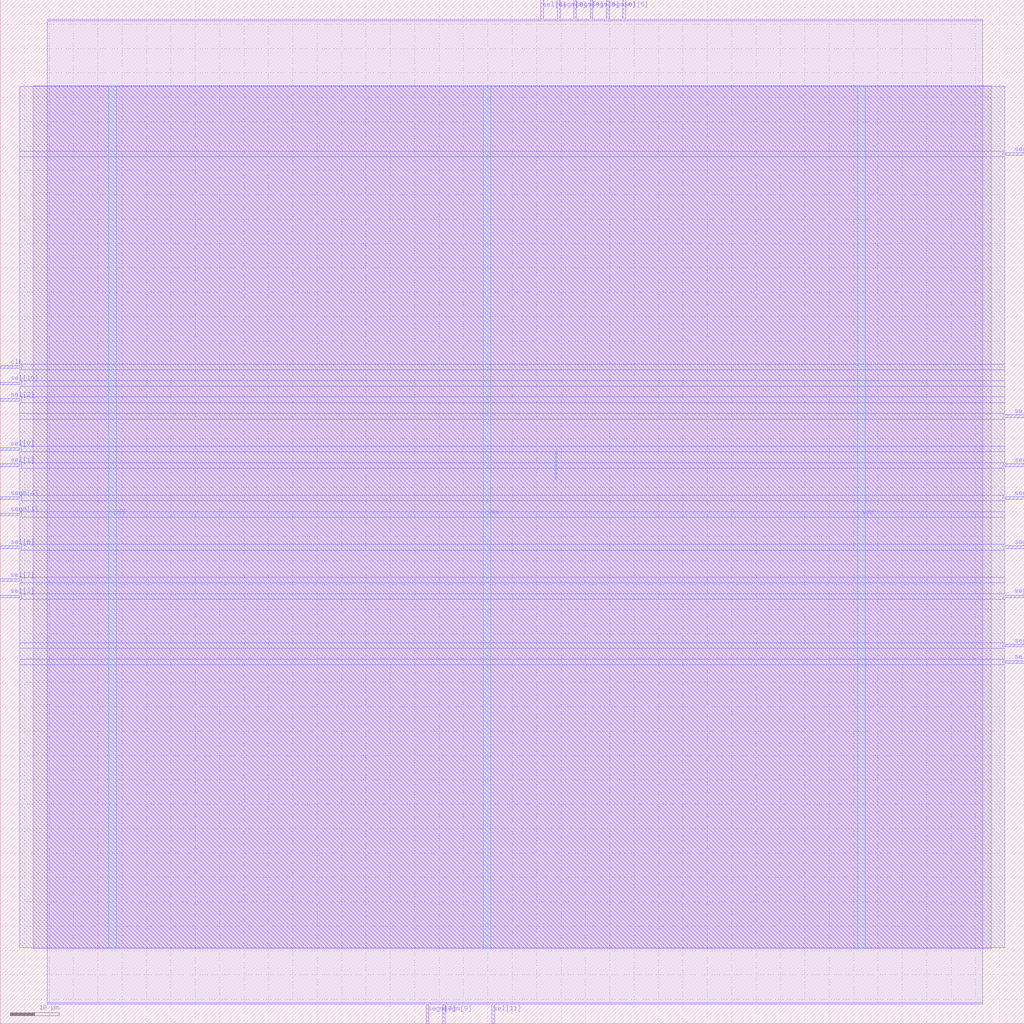
<source format=lef>
VERSION 5.7 ;
  NOWIREEXTENSIONATPIN ON ;
  DIVIDERCHAR "/" ;
  BUSBITCHARS "[]" ;
MACRO ita31
  CLASS BLOCK ;
  FOREIGN ita31 ;
  ORIGIN 0.000 0.000 ;
  SIZE 210.000 BY 210.000 ;
  PIN clk
    DIRECTION INPUT ;
    USE SIGNAL ;
    ANTENNAGATEAREA 4.738000 ;
    ANTENNADIFFAREA 0.410400 ;
    PORT
      LAYER Metal3 ;
        RECT 0.000 134.400 4.000 134.960 ;
    END
  END clk
  PIN segm[0]
    DIRECTION OUTPUT TRISTATE ;
    USE SIGNAL ;
    ANTENNADIFFAREA 4.731200 ;
    PORT
      LAYER Metal2 ;
        RECT 124.320 206.000 124.880 210.000 ;
    END
  END segm[0]
  PIN segm[10]
    DIRECTION OUTPUT TRISTATE ;
    USE SIGNAL ;
    ANTENNADIFFAREA 4.731200 ;
    PORT
      LAYER Metal3 ;
        RECT 206.000 87.360 210.000 87.920 ;
    END
  END segm[10]
  PIN segm[11]
    DIRECTION OUTPUT TRISTATE ;
    USE SIGNAL ;
    ANTENNADIFFAREA 4.731200 ;
    PORT
      LAYER Metal3 ;
        RECT 206.000 114.240 210.000 114.800 ;
    END
  END segm[11]
  PIN segm[12]
    DIRECTION OUTPUT TRISTATE ;
    USE SIGNAL ;
    ANTENNADIFFAREA 4.731200 ;
    PORT
      LAYER Metal3 ;
        RECT 206.000 97.440 210.000 98.000 ;
    END
  END segm[12]
  PIN segm[13]
    DIRECTION OUTPUT TRISTATE ;
    USE SIGNAL ;
    ANTENNADIFFAREA 4.731200 ;
    PORT
      LAYER Metal3 ;
        RECT 206.000 77.280 210.000 77.840 ;
    END
  END segm[13]
  PIN segm[1]
    DIRECTION OUTPUT TRISTATE ;
    USE SIGNAL ;
    ANTENNADIFFAREA 4.731200 ;
    PORT
      LAYER Metal3 ;
        RECT 0.000 104.160 4.000 104.720 ;
    END
  END segm[1]
  PIN segm[2]
    DIRECTION OUTPUT TRISTATE ;
    USE SIGNAL ;
    ANTENNADIFFAREA 0.360800 ;
    PORT
      LAYER Metal3 ;
        RECT 206.000 178.080 210.000 178.640 ;
    END
  END segm[2]
  PIN segm[3]
    DIRECTION OUTPUT TRISTATE ;
    USE SIGNAL ;
    ANTENNADIFFAREA 4.731200 ;
    PORT
      LAYER Metal2 ;
        RECT 117.600 206.000 118.160 210.000 ;
    END
  END segm[3]
  PIN segm[4]
    DIRECTION OUTPUT TRISTATE ;
    USE SIGNAL ;
    ANTENNADIFFAREA 4.731200 ;
    PORT
      LAYER Metal3 ;
        RECT 0.000 107.520 4.000 108.080 ;
    END
  END segm[4]
  PIN segm[5]
    DIRECTION OUTPUT TRISTATE ;
    USE SIGNAL ;
    ANTENNADIFFAREA 0.360800 ;
    PORT
      LAYER Metal2 ;
        RECT 120.960 206.000 121.520 210.000 ;
    END
  END segm[5]
  PIN segm[6]
    DIRECTION OUTPUT TRISTATE ;
    USE SIGNAL ;
    ANTENNADIFFAREA 4.731200 ;
    PORT
      LAYER Metal3 ;
        RECT 206.000 107.520 210.000 108.080 ;
    END
  END segm[6]
  PIN segm[7]
    DIRECTION OUTPUT TRISTATE ;
    USE SIGNAL ;
    ANTENNADIFFAREA 4.731200 ;
    PORT
      LAYER Metal2 ;
        RECT 87.360 0.000 87.920 4.000 ;
    END
  END segm[7]
  PIN segm[8]
    DIRECTION OUTPUT TRISTATE ;
    USE SIGNAL ;
    ANTENNADIFFAREA 4.731200 ;
    PORT
      LAYER Metal2 ;
        RECT 114.240 206.000 114.800 210.000 ;
    END
  END segm[8]
  PIN segm[9]
    DIRECTION OUTPUT TRISTATE ;
    USE SIGNAL ;
    ANTENNADIFFAREA 4.731200 ;
    PORT
      LAYER Metal2 ;
        RECT 90.720 0.000 91.280 4.000 ;
    END
  END segm[9]
  PIN sel[0]
    DIRECTION OUTPUT TRISTATE ;
    USE SIGNAL ;
    ANTENNADIFFAREA 4.731200 ;
    PORT
      LAYER Metal3 ;
        RECT 0.000 117.600 4.000 118.160 ;
    END
  END sel[0]
  PIN sel[10]
    DIRECTION OUTPUT TRISTATE ;
    USE SIGNAL ;
    ANTENNADIFFAREA 4.731200 ;
    PORT
      LAYER Metal3 ;
        RECT 0.000 131.040 4.000 131.600 ;
    END
  END sel[10]
  PIN sel[11]
    DIRECTION OUTPUT TRISTATE ;
    USE SIGNAL ;
    ANTENNADIFFAREA 4.731200 ;
    PORT
      LAYER Metal2 ;
        RECT 100.800 0.000 101.360 4.000 ;
    END
  END sel[11]
  PIN sel[1]
    DIRECTION OUTPUT TRISTATE ;
    USE SIGNAL ;
    ANTENNADIFFAREA 4.731200 ;
    PORT
      LAYER Metal3 ;
        RECT 0.000 114.240 4.000 114.800 ;
    END
  END sel[1]
  PIN sel[2]
    DIRECTION OUTPUT TRISTATE ;
    USE SIGNAL ;
    ANTENNADIFFAREA 4.731200 ;
    PORT
      LAYER Metal3 ;
        RECT 0.000 127.680 4.000 128.240 ;
    END
  END sel[2]
  PIN sel[3]
    DIRECTION OUTPUT TRISTATE ;
    USE SIGNAL ;
    ANTENNADIFFAREA 4.731200 ;
    PORT
      LAYER Metal3 ;
        RECT 0.000 87.360 4.000 87.920 ;
    END
  END sel[3]
  PIN sel[4]
    DIRECTION OUTPUT TRISTATE ;
    USE SIGNAL ;
    ANTENNADIFFAREA 4.731200 ;
    PORT
      LAYER Metal3 ;
        RECT 206.000 124.320 210.000 124.880 ;
    END
  END sel[4]
  PIN sel[5]
    DIRECTION OUTPUT TRISTATE ;
    USE SIGNAL ;
    ANTENNADIFFAREA 4.731200 ;
    PORT
      LAYER Metal2 ;
        RECT 127.680 206.000 128.240 210.000 ;
    END
  END sel[5]
  PIN sel[6]
    DIRECTION OUTPUT TRISTATE ;
    USE SIGNAL ;
    ANTENNADIFFAREA 4.731200 ;
    PORT
      LAYER Metal3 ;
        RECT 0.000 97.440 4.000 98.000 ;
    END
  END sel[6]
  PIN sel[7]
    DIRECTION OUTPUT TRISTATE ;
    USE SIGNAL ;
    ANTENNADIFFAREA 4.731200 ;
    PORT
      LAYER Metal3 ;
        RECT 0.000 90.720 4.000 91.280 ;
    END
  END sel[7]
  PIN sel[8]
    DIRECTION OUTPUT TRISTATE ;
    USE SIGNAL ;
    ANTENNADIFFAREA 4.731200 ;
    PORT
      LAYER Metal3 ;
        RECT 206.000 73.920 210.000 74.480 ;
    END
  END sel[8]
  PIN sel[9]
    DIRECTION OUTPUT TRISTATE ;
    USE SIGNAL ;
    ANTENNADIFFAREA 4.731200 ;
    PORT
      LAYER Metal2 ;
        RECT 110.880 206.000 111.440 210.000 ;
    END
  END sel[9]
  PIN vdd
    DIRECTION INOUT ;
    USE POWER ;
    PORT
      LAYER Metal4 ;
        RECT 22.240 15.380 23.840 192.380 ;
    END
    PORT
      LAYER Metal4 ;
        RECT 175.840 15.380 177.440 192.380 ;
    END
  END vdd
  PIN vss
    DIRECTION INOUT ;
    USE GROUND ;
    PORT
      LAYER Metal4 ;
        RECT 99.040 15.380 100.640 192.380 ;
    END
  END vss
  OBS
      LAYER Metal1 ;
        RECT 6.720 15.380 203.280 192.380 ;
      LAYER Metal2 ;
        RECT 9.660 205.700 110.580 206.000 ;
        RECT 111.740 205.700 113.940 206.000 ;
        RECT 115.100 205.700 117.300 206.000 ;
        RECT 118.460 205.700 120.660 206.000 ;
        RECT 121.820 205.700 124.020 206.000 ;
        RECT 125.180 205.700 127.380 206.000 ;
        RECT 128.540 205.700 201.460 206.000 ;
        RECT 9.660 4.300 201.460 205.700 ;
        RECT 9.660 4.000 87.060 4.300 ;
        RECT 88.220 4.000 90.420 4.300 ;
        RECT 91.580 4.000 100.500 4.300 ;
        RECT 101.660 4.000 201.460 4.300 ;
      LAYER Metal3 ;
        RECT 4.000 178.940 206.000 192.220 ;
        RECT 4.000 177.780 205.700 178.940 ;
        RECT 4.000 135.260 206.000 177.780 ;
        RECT 4.300 134.100 206.000 135.260 ;
        RECT 4.000 131.900 206.000 134.100 ;
        RECT 4.300 130.740 206.000 131.900 ;
        RECT 4.000 128.540 206.000 130.740 ;
        RECT 4.300 127.380 206.000 128.540 ;
        RECT 4.000 125.180 206.000 127.380 ;
        RECT 4.000 124.020 205.700 125.180 ;
        RECT 4.000 118.460 206.000 124.020 ;
        RECT 4.300 117.300 206.000 118.460 ;
        RECT 4.000 115.100 206.000 117.300 ;
        RECT 4.300 113.940 205.700 115.100 ;
        RECT 4.000 108.380 206.000 113.940 ;
        RECT 4.300 107.220 205.700 108.380 ;
        RECT 4.000 105.020 206.000 107.220 ;
        RECT 4.300 103.860 206.000 105.020 ;
        RECT 4.000 98.300 206.000 103.860 ;
        RECT 4.300 97.140 205.700 98.300 ;
        RECT 4.000 91.580 206.000 97.140 ;
        RECT 4.300 90.420 206.000 91.580 ;
        RECT 4.000 88.220 206.000 90.420 ;
        RECT 4.300 87.060 205.700 88.220 ;
        RECT 4.000 78.140 206.000 87.060 ;
        RECT 4.000 76.980 205.700 78.140 ;
        RECT 4.000 74.780 206.000 76.980 ;
        RECT 4.000 73.620 205.700 74.780 ;
        RECT 4.000 15.540 206.000 73.620 ;
      LAYER Metal4 ;
        RECT 113.820 111.530 114.100 117.510 ;
  END
END ita31
END LIBRARY


</source>
